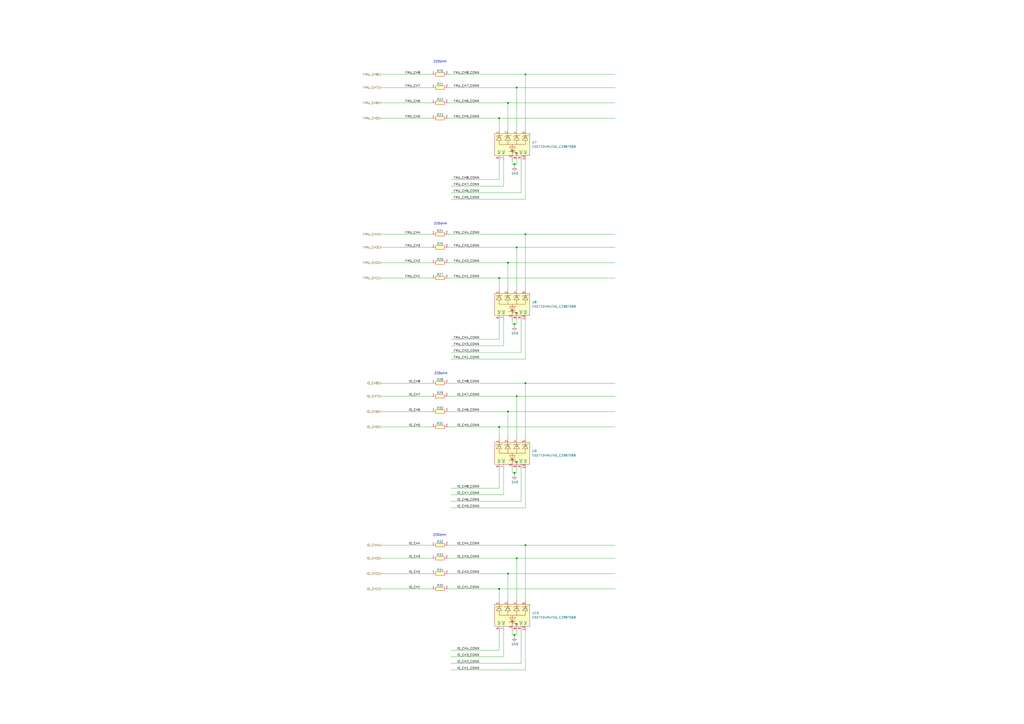
<source format=kicad_sch>
(kicad_sch (version 20250114) (generator "eeschema") (generator_version "9.0")
  (paper "A2")
  (lib_symbols
    (symbol "easyeda2kicad:ESD7104MUTAG_C2987068"
      (property "Reference" "U" (at 0 13.97 0))
      (property "Value" "ESD7104MUTAG_C2987068" (at 0 -13.97 0))
      (symbol "ESD7104MUTAG_C2987068_0_1"
        (rectangle (start -10.16 6.35) (end 10.16 -6.35) (fill (type background)))
        (polyline (pts (xy -7.62 2.54) (xy -7.62 0) (xy 7.62 0) (xy 7.62 2.54)))
        (polyline (pts (xy -6.1 2.54) (xy -7.62 5.08) (xy -9.4 2.54) (xy -6.1 2.54)) (fill (type background)))
        (polyline (pts (xy -5.59 5.59) (xy -6.6 5.08) (xy -8.64 5.08) (xy -9.65 4.57)))
        (polyline (pts (xy -2.54 2.54) (xy -2.54 0)))
        (polyline (pts (xy -1.52 -1.27) (xy 0 -3.81) (xy 1.78 -1.27) (xy -1.52 -1.27)) (fill (type background)))
        (polyline (pts (xy -1.02 2.54) (xy -2.54 5.08) (xy -4.32 2.54) (xy -1.02 2.54)) (fill (type background)))
        (polyline (pts (xy -0.51 5.59) (xy -1.52 5.08) (xy -3.56 5.08) (xy -4.57 4.57)))
        (polyline (pts (xy 0 0) (xy 0 -5.08)))
        (polyline (pts (xy 0 -4.57) (xy 2.54 -4.57) (xy 2.54 -6.35)))
        (polyline (pts (xy 2.03 -3.3) (xy 1.02 -3.81) (xy -1.02 -3.81) (xy -2.03 -4.32)))
        (polyline (pts (xy 2.54 2.54) (xy 2.54 0)))
        (polyline (pts (xy 4.06 2.54) (xy 2.54 5.08) (xy 0.76 2.54) (xy 4.06 2.54)) (fill (type background)))
        (polyline (pts (xy 4.57 5.59) (xy 3.56 5.08) (xy 1.52 5.08) (xy 0.51 4.57)))
        (polyline (pts (xy 9.14 2.54) (xy 7.62 5.08) (xy 5.84 2.54) (xy 9.14 2.54)) (fill (type background)))
        (polyline (pts (xy 9.65 5.59) (xy 8.64 5.08) (xy 6.6 5.08) (xy 5.59 4.57)))
        (pin unspecified line (at -7.62 8.89 270) (length 3.81) (name "1") (number "1"))
        (pin unspecified line (at -7.62 -8.89 90) (length 2.54) (name "NC") (number "6"))
        (pin unspecified line (at -5.08 -8.89 90) (length 2.54) (name "NC") (number "7"))
        (pin unspecified line (at -2.54 8.89 270) (length 3.81) (name "2") (number "2"))
        (pin unspecified line (at 0 -8.89 90) (length 3.81) (name "3") (number "3"))
        (pin unspecified line (at 2.54 8.89 270) (length 3.81) (name "4") (number "4"))
        (pin unspecified line (at 2.54 -8.89 90) (length 2.54) (name "8") (number "8"))
        (pin unspecified line (at 5.08 -8.89 90) (length 2.54) (name "NC") (number "9"))
        (pin unspecified line (at 7.62 8.89 270) (length 3.81) (name "5") (number "5"))
        (pin unspecified line (at 7.62 -8.89 90) (length 2.54) (name "NC") (number "10"))
      )
    )
    (symbol "easyeda2kicad:STM32H753IIT6"
      (property "Reference" "U" (at 0 5.08 0))
      (property "Value" "STM32H753IIT6" (at 0 -5.08 0))
    )
    (symbol "lampelKicadLIB:0603WAF2200T5E" (pin_names (hide yes))
      (property "Reference" "R" (at 0 2.032 0))
      (symbol "0603WAF2200T5E_0_1"
        (rectangle (start -2.54 1.02) (end 2.54 -1.02) (fill (type background)))
        (pin input line (at -5.08 0 0) (length 2.54) (name "1") (number "1"))
        (pin input line (at 5.08 0 180) (length 2.54) (name "2") (number "2"))
      )
    )
    (symbol "power:GND" (power) (pin_numbers (hide yes)) (pin_names (offset 0) (hide yes))
      (property "Value" "GND" (at 0 -3.81 0))
      (symbol "GND_0_1"
        (polyline (pts (xy 0 0) (xy 0 -1.27) (xy 1.27 -1.27) (xy 0 -2.54) (xy -1.27 -1.27) (xy 0 -1.27)))
      )
      (symbol "GND_1_1"
        (pin power_in line (at 0 0 270) (length 0) (name "~") (number "1"))
      )
    )
  )
  (text "220ohm" (at 255.778 216.662 0) (effects (font (size 1.27 1.27))))
  (text "220ohm" (at 255.016 310.388 0) (effects (font (size 1.27 1.27))))
  (text "220ohm" (at 255.524 129.794 0) (effects (font (size 1.27 1.27))))
  (text "220ohm" (at 255.27 35.814 0) (effects (font (size 1.27 1.27))))
  (junction (at 289.56 341.63))
  (junction (at 299.72 143.51))
  (junction (at 294.64 152.4))
  (junction (at 299.72 229.87))
  (junction (at 289.56 247.65))
  (junction (at 298.45 368.3))
  (junction (at 298.45 274.32))
  (junction (at 289.56 161.29))
  (junction (at 294.64 238.76))
  (junction (at 304.8 135.89))
  (junction (at 298.45 187.96))
  (junction (at 304.8 316.23))
  (junction (at 289.56 68.58))
  (junction (at 304.8 222.25))
  (junction (at 294.64 332.74))
  (junction (at 299.72 50.8))
  (junction (at 299.72 323.85))
  (junction (at 304.8 43.18))
  (junction (at 298.45 95.25))
  (junction (at 294.64 59.69))
  (wire (pts (xy 292.1 107.95) (xy 292.1 92.71)))
  (wire (pts (xy 261.62 208.28) (xy 304.8 208.28)))
  (wire (pts (xy 299.72 143.51) (xy 356.87 143.51)))
  (wire (pts (xy 304.8 222.25) (xy 356.87 222.25)))
  (wire (pts (xy 289.56 161.29) (xy 289.56 167.64)))
  (wire (pts (xy 298.45 96.52) (xy 298.45 95.25)))
  (wire (pts (xy 261.62 111.76) (xy 302.26 111.76)))
  (wire (pts (xy 220.98 135.89) (xy 250.19 135.89)))
  (wire (pts (xy 260.35 332.74) (xy 294.64 332.74)))
  (wire (pts (xy 260.35 143.51) (xy 299.72 143.51)))
  (wire (pts (xy 289.56 341.63) (xy 356.87 341.63)))
  (wire (pts (xy 292.1 381) (xy 292.1 365.76)))
  (wire (pts (xy 260.35 152.4) (xy 294.64 152.4)))
  (wire (pts (xy 304.8 316.23) (xy 356.87 316.23)))
  (wire (pts (xy 289.56 341.63) (xy 289.56 347.98)))
  (wire (pts (xy 304.8 316.23) (xy 304.8 347.98)))
  (wire (pts (xy 294.64 152.4) (xy 294.64 167.64)))
  (wire (pts (xy 302.26 92.71) (xy 302.26 111.76)))
  (wire (pts (xy 289.56 68.58) (xy 356.87 68.58)))
  (wire (pts (xy 261.62 377.19) (xy 289.56 377.19)))
  (wire (pts (xy 220.98 161.29) (xy 250.19 161.29)))
  (wire (pts (xy 261.62 294.64) (xy 304.8 294.64)))
  (wire (pts (xy 304.8 135.89) (xy 304.8 167.64)))
  (wire (pts (xy 220.98 229.87) (xy 250.19 229.87)))
  (wire (pts (xy 299.72 229.87) (xy 299.72 254)))
  (wire (pts (xy 304.8 135.89) (xy 356.87 135.89)))
  (wire (pts (xy 289.56 104.14) (xy 289.56 92.71)))
  (wire (pts (xy 289.56 68.58) (xy 289.56 74.93)))
  (wire (pts (xy 289.56 161.29) (xy 356.87 161.29)))
  (wire (pts (xy 220.98 247.65) (xy 250.19 247.65)))
  (wire (pts (xy 260.35 247.65) (xy 289.56 247.65)))
  (wire (pts (xy 297.18 185.42) (xy 297.18 187.96)))
  (wire (pts (xy 304.8 43.18) (xy 356.87 43.18)))
  (wire (pts (xy 297.18 271.78) (xy 297.18 274.32)))
  (wire (pts (xy 220.98 59.69) (xy 250.19 59.69)))
  (wire (pts (xy 304.8 92.71) (xy 304.8 115.57)))
  (wire (pts (xy 261.62 388.62) (xy 304.8 388.62)))
  (wire (pts (xy 261.62 115.57) (xy 304.8 115.57)))
  (wire (pts (xy 220.98 238.76) (xy 250.19 238.76)))
  (wire (pts (xy 261.62 107.95) (xy 292.1 107.95)))
  (wire (pts (xy 298.45 369.57) (xy 298.45 368.3)))
  (wire (pts (xy 220.98 143.51) (xy 250.19 143.51)))
  (wire (pts (xy 298.45 95.25) (xy 299.72 95.25)))
  (wire (pts (xy 289.56 196.85) (xy 289.56 185.42)))
  (wire (pts (xy 260.35 161.29) (xy 289.56 161.29)))
  (wire (pts (xy 299.72 50.8) (xy 356.87 50.8)))
  (wire (pts (xy 299.72 95.25) (xy 299.72 92.71)))
  (wire (pts (xy 261.62 290.83) (xy 302.26 290.83)))
  (wire (pts (xy 299.72 274.32) (xy 299.72 271.78)))
  (wire (pts (xy 292.1 287.02) (xy 292.1 271.78)))
  (wire (pts (xy 289.56 247.65) (xy 356.87 247.65)))
  (wire (pts (xy 299.72 323.85) (xy 356.87 323.85)))
  (wire (pts (xy 304.8 185.42) (xy 304.8 208.28)))
  (wire (pts (xy 289.56 377.19) (xy 289.56 365.76)))
  (wire (pts (xy 298.45 187.96) (xy 299.72 187.96)))
  (wire (pts (xy 298.45 368.3) (xy 299.72 368.3)))
  (wire (pts (xy 220.98 152.4) (xy 250.19 152.4)))
  (wire (pts (xy 289.56 283.21) (xy 289.56 271.78)))
  (wire (pts (xy 302.26 271.78) (xy 302.26 290.83)))
  (wire (pts (xy 299.72 50.8) (xy 299.72 74.93)))
  (wire (pts (xy 297.18 365.76) (xy 297.18 368.3)))
  (wire (pts (xy 260.35 50.8) (xy 299.72 50.8)))
  (wire (pts (xy 261.62 200.66) (xy 292.1 200.66)))
  (wire (pts (xy 260.35 135.89) (xy 304.8 135.89)))
  (wire (pts (xy 297.18 92.71) (xy 297.18 95.25)))
  (wire (pts (xy 292.1 200.66) (xy 292.1 185.42)))
  (wire (pts (xy 260.35 43.18) (xy 304.8 43.18)))
  (wire (pts (xy 260.35 341.63) (xy 289.56 341.63)))
  (wire (pts (xy 297.18 368.3) (xy 298.45 368.3)))
  (wire (pts (xy 304.8 43.18) (xy 304.8 74.93)))
  (wire (pts (xy 297.18 95.25) (xy 298.45 95.25)))
  (wire (pts (xy 297.18 274.32) (xy 298.45 274.32)))
  (wire (pts (xy 294.64 238.76) (xy 294.64 254)))
  (wire (pts (xy 220.98 323.85) (xy 250.19 323.85)))
  (wire (pts (xy 260.35 68.58) (xy 289.56 68.58)))
  (wire (pts (xy 297.18 187.96) (xy 298.45 187.96)))
  (wire (pts (xy 261.62 204.47) (xy 302.26 204.47)))
  (wire (pts (xy 298.45 189.23) (xy 298.45 187.96)))
  (wire (pts (xy 220.98 68.58) (xy 250.19 68.58)))
  (wire (pts (xy 302.26 185.42) (xy 302.26 204.47)))
  (wire (pts (xy 260.35 323.85) (xy 299.72 323.85)))
  (wire (pts (xy 302.26 365.76) (xy 302.26 384.81)))
  (wire (pts (xy 299.72 323.85) (xy 299.72 347.98)))
  (wire (pts (xy 299.72 229.87) (xy 356.87 229.87)))
  (wire (pts (xy 304.8 271.78) (xy 304.8 294.64)))
  (wire (pts (xy 220.98 316.23) (xy 250.19 316.23)))
  (wire (pts (xy 299.72 143.51) (xy 299.72 167.64)))
  (wire (pts (xy 298.45 274.32) (xy 299.72 274.32)))
  (wire (pts (xy 304.8 222.25) (xy 304.8 254)))
  (wire (pts (xy 220.98 50.8) (xy 250.19 50.8)))
  (wire (pts (xy 294.64 332.74) (xy 294.64 347.98)))
  (wire (pts (xy 220.98 341.63) (xy 250.19 341.63)))
  (wire (pts (xy 261.62 104.14) (xy 289.56 104.14)))
  (wire (pts (xy 261.62 287.02) (xy 292.1 287.02)))
  (wire (pts (xy 294.64 238.76) (xy 356.87 238.76)))
  (wire (pts (xy 294.64 59.69) (xy 356.87 59.69)))
  (wire (pts (xy 260.35 238.76) (xy 294.64 238.76)))
  (wire (pts (xy 260.35 229.87) (xy 299.72 229.87)))
  (wire (pts (xy 304.8 365.76) (xy 304.8 388.62)))
  (wire (pts (xy 294.64 332.74) (xy 356.87 332.74)))
  (wire (pts (xy 299.72 368.3) (xy 299.72 365.76)))
  (wire (pts (xy 260.35 59.69) (xy 294.64 59.69)))
  (wire (pts (xy 294.64 152.4) (xy 356.87 152.4)))
  (wire (pts (xy 294.64 59.69) (xy 294.64 74.93)))
  (wire (pts (xy 261.62 384.81) (xy 302.26 384.81)))
  (wire (pts (xy 261.62 196.85) (xy 289.56 196.85)))
  (wire (pts (xy 298.45 275.59) (xy 298.45 274.32)))
  (wire (pts (xy 260.35 222.25) (xy 304.8 222.25)))
  (wire (pts (xy 220.98 43.18) (xy 250.19 43.18)))
  (wire (pts (xy 299.72 187.96) (xy 299.72 185.42)))
  (wire (pts (xy 220.98 222.25) (xy 250.19 222.25)))
  (wire (pts (xy 289.56 247.65) (xy 289.56 254)))
  (wire (pts (xy 260.35 316.23) (xy 304.8 316.23)))
  (wire (pts (xy 220.98 332.74) (xy 250.19 332.74)))
  (wire (pts (xy 261.62 283.21) (xy 289.56 283.21)))
  (wire (pts (xy 261.62 381) (xy 292.1 381)))
  (label "FMU_CH1_CONN" (at 278.13 208.28 180))
  (label "IO_CH2_CONN" (at 278.13 384.81 180))
  (label "FMU_CH5_CONN" (at 278.13 115.57 180))
  (label "FMU_CH3_CONN" (at 278.13 200.66 180))
  (label "IO_CH3" (at 243.84 323.85 180))
  (label "FMU_CH7_CONN" (at 278.13 107.95 180))
  (label "FMU_CH7_CONN" (at 278.13 50.8 180))
  (label "IO_CH8_CONN" (at 278.13 222.25 180))
  (label "IO_CH7" (at 243.84 229.87 180))
  (label "FMU_CH4" (at 243.84 135.89 180))
  (label "FMU_CH6_CONN" (at 278.13 111.76 180))
  (label "IO_CH7_CONN" (at 278.13 287.02 180))
  (label "FMU_CH8_CONN" (at 278.13 43.18 180))
  (label "IO_CH4_CONN" (at 278.13 316.23 180))
  (label "IO_CH2_CONN" (at 278.13 332.74 180))
  (label "IO_CH1" (at 243.84 341.63 180))
  (label "FMU_CH1_CONN" (at 278.13 161.29 180))
  (label "FMU_CH3" (at 243.84 143.51 180))
  (label "IO_CH5" (at 243.84 247.65 180))
  (label "FMU_CH8_CONN" (at 278.13 104.14 180))
  (label "IO_CH8_CONN" (at 278.13 283.21 180))
  (label "IO_CH5_CONN" (at 278.13 294.64 180))
  (label "IO_CH3_CONN" (at 278.13 323.85 180))
  (label "FMU_CH2_CONN" (at 278.13 204.47 180))
  (label "FMU_CH1" (at 243.84 161.29 180))
  (label "FMU_CH6" (at 243.84 59.69 180))
  (label "IO_CH8" (at 243.84 222.25 180))
  (label "IO_CH5_CONN" (at 278.13 247.65 180))
  (label "FMU_CH4_CONN" (at 278.13 196.85 180))
  (label "IO_CH2" (at 243.84 332.74 180))
  (label "FMU_CH8" (at 243.84 43.18 180))
  (label "IO_CH4_CONN" (at 278.13 377.19 180))
  (label "FMU_CH3_CONN" (at 278.13 143.51 180))
  (label "FMU_CH2_CONN" (at 278.13 152.4 180))
  (label "IO_CH3_CONN" (at 278.13 381 180))
  (label "IO_CH7_CONN" (at 278.13 229.87 180))
  (label "FMU_CH7" (at 243.84 50.8 180))
  (label "IO_CH6_CONN" (at 278.13 290.83 180))
  (label "IO_CH6" (at 243.84 238.76 180))
  (label "FMU_CH6_CONN" (at 278.13 59.69 180))
  (label "IO_CH1_CONN" (at 278.13 388.62 180))
  (label "FMU_CH2" (at 243.84 152.4 180))
  (label "FMU_CH4_CONN" (at 278.13 135.89 180))
  (label "IO_CH6_CONN" (at 278.13 238.76 180))
  (label "IO_CH1_CONN" (at 278.13 341.63 180))
  (label "FMU_CH5" (at 243.84 68.58 180))
  (label "FMU_CH5_CONN" (at 278.13 68.58 180))
  (label "IO_CH4" (at 243.84 316.23 180))
  (hierarchical_label "FMU_CH8" (shape input) (at 220.98 43.18 180))
  (hierarchical_label "IO_CH4" (shape input) (at 220.98 316.23 180))
  (hierarchical_label "FMU_CH2" (shape input) (at 220.98 152.4 180))
  (hierarchical_label "IO_CH3" (shape input) (at 220.98 323.85 180))
  (hierarchical_label "FMU_CH5" (shape input) (at 220.98 68.58 180))
  (hierarchical_label "FMU_CH1" (shape input) (at 220.98 161.29 180))
  (hierarchical_label "FMU_CH7" (shape input) (at 220.98 50.8 180))
  (hierarchical_label "IO_CH8" (shape input) (at 220.98 222.25 180))
  (hierarchical_label "IO_CH2" (shape input) (at 220.98 332.74 180))
  (hierarchical_label "FMU_CH4" (shape input) (at 220.98 135.89 180))
  (hierarchical_label "IO_CH1" (shape input) (at 220.98 341.63 180))
  (hierarchical_label "FMU_CH6" (shape input) (at 220.98 59.69 180))
  (hierarchical_label "IO_CH6" (shape input) (at 220.98 238.76 180))
  (hierarchical_label "IO_CH7" (shape input) (at 220.98 229.87 180))
  (hierarchical_label "IO_CH5" (shape input) (at 220.98 247.65 180))
  (hierarchical_label "FMU_CH3" (shape input) (at 220.98 143.51 180))
  (symbol (lib_id "power:GND") (at 298.45 275.59 0) (unit 1)
    (property "Reference" "#PWR020" (effects (hide yes)))
    (property "Value" "GND" (at 298.704 279.654 0))
    (property "Description" "Power symbol creates a global label with name \"GND\" , ground" (effects (hide yes)))
  )
  (symbol (lib_id "lampelKicadLIB:0603WAF2200T5E") (at 255.27 341.63 0) (unit 1)
    (property "Reference" "R35" (at 255.27 339.598 0))
    (property "Value" "0603WAF2200T5E" (effects (hide yes)))
    (property "Footprint" "easyeda2kicad:R0603" (effects (hide yes)))
    (property "Datasheet" "https://lcsc.com/product-detail/Chip-Resistor-Surface-Mount-UniOhm_220R-2200-1_C22962.html" (effects (hide yes)))
    (property "LCSC Part" "C22962" (effects (hide yes)))
  )
  (symbol (lib_id "power:GND") (at 298.45 189.23 0) (unit 1)
    (property "Reference" "#PWR019" (effects (hide yes)))
    (property "Value" "GND" (at 298.704 193.294 0))
    (property "Description" "Power symbol creates a global label with name \"GND\" , ground" (effects (hide yes)))
  )
  (symbol (lib_id "easyeda2kicad:ESD7104MUTAG_C2987068") (at 297.18 262.89 0) (unit 1)
    (property "Reference" "U9" (at 308.61 261.6199 0) (effects (justify left)))
    (property "Value" "ESD7104MUTAG_C2987068" (at 308.61 264.1599 0) (effects (justify left)))
    (property "Footprint" "easyeda2kicad:DFN-10_L2.5-W1.0-P0.50-BL" (effects (hide yes)))
    (property "LCSC Part" "C2987068" (effects (hide yes)))
  )
  (symbol (lib_id "lampelKicadLIB:0603WAF2200T5E") (at 255.27 43.18 0) (unit 1)
    (property "Reference" "R20" (at 255.27 41.148 0))
    (property "Value" "0603WAF2200T5E" (effects (hide yes)))
    (property "Footprint" "easyeda2kicad:R0603" (effects (hide yes)))
    (property "Datasheet" "https://lcsc.com/product-detail/Chip-Resistor-Surface-Mount-UniOhm_220R-2200-1_C22962.html" (effects (hide yes)))
    (property "LCSC Part" "C22962" (effects (hide yes)))
  )
  (symbol (lib_id "lampelKicadLIB:0603WAF2200T5E") (at 255.27 229.87 0) (unit 1)
    (property "Reference" "R29" (at 255.27 227.838 0))
    (property "Value" "0603WAF2200T5E" (effects (hide yes)))
    (property "Footprint" "easyeda2kicad:R0603" (effects (hide yes)))
    (property "Datasheet" "https://lcsc.com/product-detail/Chip-Resistor-Surface-Mount-UniOhm_220R-2200-1_C22962.html" (effects (hide yes)))
    (property "LCSC Part" "C22962" (effects (hide yes)))
  )
  (symbol (lib_id "power:GND") (at 298.45 369.57 0) (unit 1)
    (property "Reference" "#PWR021" (effects (hide yes)))
    (property "Value" "GND" (at 298.704 373.634 0))
    (property "Description" "Power symbol creates a global label with name \"GND\" , ground" (effects (hide yes)))
  )
  (symbol (lib_id "lampelKicadLIB:0603WAF2200T5E") (at 255.27 161.29 0) (unit 1)
    (property "Reference" "R27" (at 255.27 159.258 0))
    (property "Value" "0603WAF2200T5E" (effects (hide yes)))
    (property "Footprint" "easyeda2kicad:R0603" (effects (hide yes)))
    (property "Datasheet" "https://lcsc.com/product-detail/Chip-Resistor-Surface-Mount-UniOhm_220R-2200-1_C22962.html" (effects (hide yes)))
    (property "LCSC Part" "C22962" (effects (hide yes)))
  )
  (symbol (lib_id "easyeda2kicad:ESD7104MUTAG_C2987068") (at 297.18 83.82 0) (unit 1)
    (property "Reference" "U7" (at 308.61 82.5499 0) (effects (justify left)))
    (property "Value" "ESD7104MUTAG_C2987068" (at 308.61 85.0899 0) (effects (justify left)))
    (property "Footprint" "easyeda2kicad:DFN-10_L2.5-W1.0-P0.50-BL" (effects (hide yes)))
    (property "LCSC Part" "C2987068" (effects (hide yes)))
  )
  (symbol (lib_id "lampelKicadLIB:0603WAF2200T5E") (at 255.27 50.8 0) (unit 1)
    (property "Reference" "R21" (at 255.27 48.768 0))
    (property "Value" "0603WAF2200T5E" (effects (hide yes)))
    (property "Footprint" "easyeda2kicad:R0603" (effects (hide yes)))
    (property "Datasheet" "https://lcsc.com/product-detail/Chip-Resistor-Surface-Mount-UniOhm_220R-2200-1_C22962.html" (effects (hide yes)))
    (property "LCSC Part" "C22962" (effects (hide yes)))
  )
  (symbol (lib_id "lampelKicadLIB:0603WAF2200T5E") (at 255.27 316.23 0) (unit 1)
    (property "Reference" "R32" (at 255.27 314.198 0))
    (property "Value" "0603WAF2200T5E" (effects (hide yes)))
    (property "Footprint" "easyeda2kicad:R0603" (effects (hide yes)))
    (property "Datasheet" "https://lcsc.com/product-detail/Chip-Resistor-Surface-Mount-UniOhm_220R-2200-1_C22962.html" (effects (hide yes)))
    (property "LCSC Part" "C22962" (effects (hide yes)))
  )
  (symbol (lib_id "easyeda2kicad:ESD7104MUTAG_C2987068") (at 297.18 176.53 0) (unit 1)
    (property "Reference" "U8" (at 308.61 175.2599 0) (effects (justify left)))
    (property "Value" "ESD7104MUTAG_C2987068" (at 308.61 177.7999 0) (effects (justify left)))
    (property "Footprint" "easyeda2kicad:DFN-10_L2.5-W1.0-P0.50-BL" (effects (hide yes)))
    (property "LCSC Part" "C2987068" (effects (hide yes)))
  )
  (symbol (lib_id "lampelKicadLIB:0603WAF2200T5E") (at 255.27 152.4 0) (unit 1)
    (property "Reference" "R26" (at 255.27 150.368 0))
    (property "Value" "0603WAF2200T5E" (effects (hide yes)))
    (property "Footprint" "easyeda2kicad:R0603" (effects (hide yes)))
    (property "Datasheet" "https://lcsc.com/product-detail/Chip-Resistor-Surface-Mount-UniOhm_220R-2200-1_C22962.html" (effects (hide yes)))
    (property "LCSC Part" "C22962" (effects (hide yes)))
  )
  (symbol (lib_id "lampelKicadLIB:0603WAF2200T5E") (at 255.27 323.85 0) (unit 1)
    (property "Reference" "R33" (at 255.27 321.818 0))
    (property "Value" "0603WAF2200T5E" (effects (hide yes)))
    (property "Footprint" "easyeda2kicad:R0603" (effects (hide yes)))
    (property "Datasheet" "https://lcsc.com/product-detail/Chip-Resistor-Surface-Mount-UniOhm_220R-2200-1_C22962.html" (effects (hide yes)))
    (property "LCSC Part" "C22962" (effects (hide yes)))
  )
  (symbol (lib_id "lampelKicadLIB:0603WAF2200T5E") (at 255.27 135.89 0) (unit 1)
    (property "Reference" "R24" (at 255.27 133.858 0))
    (property "Value" "0603WAF2200T5E" (effects (hide yes)))
    (property "Footprint" "easyeda2kicad:R0603" (effects (hide yes)))
    (property "Datasheet" "https://lcsc.com/product-detail/Chip-Resistor-Surface-Mount-UniOhm_220R-2200-1_C22962.html" (effects (hide yes)))
    (property "LCSC Part" "C22962" (effects (hide yes)))
  )
  (symbol (lib_id "easyeda2kicad:ESD7104MUTAG_C2987068") (at 297.18 356.87 0) (unit 1)
    (property "Reference" "U10" (at 308.61 355.5999 0) (effects (justify left)))
    (property "Value" "ESD7104MUTAG_C2987068" (at 308.61 358.1399 0) (effects (justify left)))
    (property "Footprint" "easyeda2kicad:DFN-10_L2.5-W1.0-P0.50-BL" (effects (hide yes)))
    (property "LCSC Part" "C2987068" (effects (hide yes)))
  )
  (symbol (lib_id "easyeda2kicad:STM32H753IIT6") (at 317.5 135.89 0) (unit 1)
    (property "Reference" "U11" (effects (hide yes)))
    (property "Value" "STM32H753IIT6" (effects (hide yes)))
    (property "Footprint" "easyeda2kicad:LQFP-176_L24.0-W24.0-P0.50-BL" (effects (hide yes)))
    (property "Datasheet" "https://lcsc.com/product-detail/ST-Microelectronics_STMicroelectronics_STM32H753IIT6_STM32H753IIT6_C146558.html" (effects (hide yes)))
    (property "LCSC Part" "C146558" (effects (hide yes)))
  )
  (symbol (lib_id "lampelKicadLIB:0603WAF2200T5E") (at 255.27 143.51 0) (unit 1)
    (property "Reference" "R25" (at 255.27 141.478 0))
    (property "Value" "0603WAF2200T5E" (effects (hide yes)))
    (property "Footprint" "easyeda2kicad:R0603" (effects (hide yes)))
    (property "Datasheet" "https://lcsc.com/product-detail/Chip-Resistor-Surface-Mount-UniOhm_220R-2200-1_C22962.html" (effects (hide yes)))
    (property "LCSC Part" "C22962" (effects (hide yes)))
  )
  (symbol (lib_id "lampelKicadLIB:0603WAF2200T5E") (at 255.27 247.65 0) (unit 1)
    (property "Reference" "R31" (at 255.27 245.618 0))
    (property "Value" "0603WAF2200T5E" (effects (hide yes)))
    (property "Footprint" "easyeda2kicad:R0603" (effects (hide yes)))
    (property "Datasheet" "https://lcsc.com/product-detail/Chip-Resistor-Surface-Mount-UniOhm_220R-2200-1_C22962.html" (effects (hide yes)))
    (property "LCSC Part" "C22962" (effects (hide yes)))
  )
  (symbol (lib_id "power:GND") (at 298.45 96.52 0) (unit 1)
    (property "Reference" "#PWR018" (effects (hide yes)))
    (property "Value" "GND" (at 298.704 100.584 0))
    (property "Description" "Power symbol creates a global label with name \"GND\" , ground" (effects (hide yes)))
  )
  (symbol (lib_id "lampelKicadLIB:0603WAF2200T5E") (at 255.27 68.58 0) (unit 1)
    (property "Reference" "R23" (at 255.27 66.548 0))
    (property "Value" "0603WAF2200T5E" (effects (hide yes)))
    (property "Footprint" "easyeda2kicad:R0603" (effects (hide yes)))
    (property "Datasheet" "https://lcsc.com/product-detail/Chip-Resistor-Surface-Mount-UniOhm_220R-2200-1_C22962.html" (effects (hide yes)))
    (property "LCSC Part" "C22962" (effects (hide yes)))
  )
  (symbol (lib_id "lampelKicadLIB:0603WAF2200T5E") (at 255.27 332.74 0) (unit 1)
    (property "Reference" "R34" (at 255.27 330.708 0))
    (property "Value" "0603WAF2200T5E" (effects (hide yes)))
    (property "Footprint" "easyeda2kicad:R0603" (effects (hide yes)))
    (property "Datasheet" "https://lcsc.com/product-detail/Chip-Resistor-Surface-Mount-UniOhm_220R-2200-1_C22962.html" (effects (hide yes)))
    (property "LCSC Part" "C22962" (effects (hide yes)))
  )
  (symbol (lib_id "lampelKicadLIB:0603WAF2200T5E") (at 255.27 238.76 0) (unit 1)
    (property "Reference" "R30" (at 255.27 236.728 0))
    (property "Value" "0603WAF2200T5E" (effects (hide yes)))
    (property "Footprint" "easyeda2kicad:R0603" (effects (hide yes)))
    (property "Datasheet" "https://lcsc.com/product-detail/Chip-Resistor-Surface-Mount-UniOhm_220R-2200-1_C22962.html" (effects (hide yes)))
    (property "LCSC Part" "C22962" (effects (hide yes)))
  )
  (symbol (lib_id "lampelKicadLIB:0603WAF2200T5E") (at 255.27 59.69 0) (unit 1)
    (property "Reference" "R22" (at 255.27 57.658 0))
    (property "Value" "0603WAF2200T5E" (effects (hide yes)))
    (property "Footprint" "easyeda2kicad:R0603" (effects (hide yes)))
    (property "Datasheet" "https://lcsc.com/product-detail/Chip-Resistor-Surface-Mount-UniOhm_220R-2200-1_C22962.html" (effects (hide yes)))
    (property "LCSC Part" "C22962" (effects (hide yes)))
  )
  (symbol (lib_id "lampelKicadLIB:0603WAF2200T5E") (at 255.27 222.25 0) (unit 1)
    (property "Reference" "R28" (at 255.27 220.218 0))
    (property "Value" "0603WAF2200T5E" (effects (hide yes)))
    (property "Footprint" "easyeda2kicad:R0603" (effects (hide yes)))
    (property "Datasheet" "https://lcsc.com/product-detail/Chip-Resistor-Surface-Mount-UniOhm_220R-2200-1_C22962.html" (effects (hide yes)))
    (property "LCSC Part" "C22962" (effects (hide yes)))
  )
)
</source>
